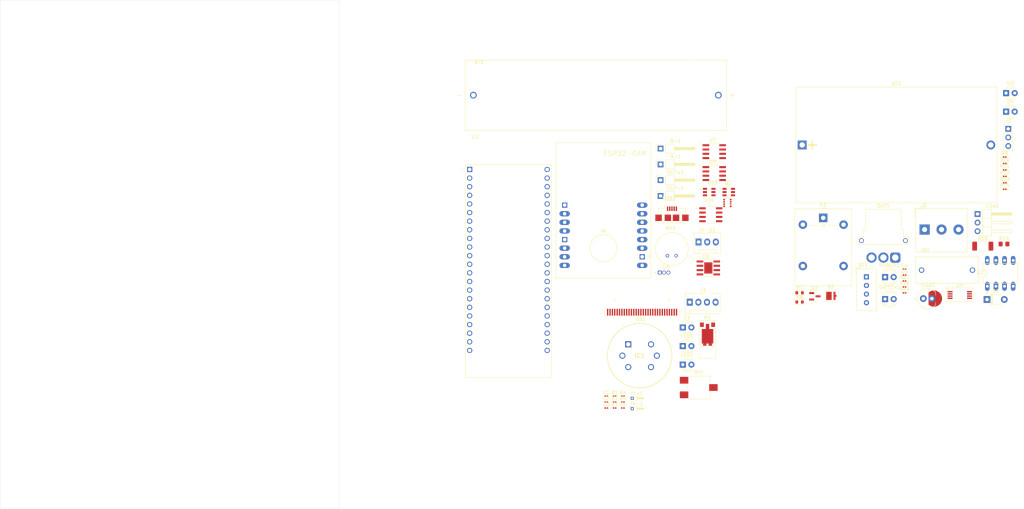
<source format=kicad_pcb>
(kicad_pcb (version 20241229) (generator "pcbnew") (generator_version "9.0")
  (layers (0 "F.Cu" signal) (2 "B.Cu" signal) (13 "F.Paste" user) (15 "B.Paste" user) (5 "F.SilkS" user "F.Silkscreen") (7 "B.SilkS" user "B.Silkscreen") (1 "F.Mask" user) (3 "B.Mask" user) (25 "Edge.Cuts" user))
  (net 0 "")
  (net 1 "Net-(LED1-A)")
  (net 2 "GND")
  (net 3 "Net-(U11-VCC)")
  (net 4 "Net-(Q1-S2)")
  (net 5 "Net-(U8-BAT)")
  (net 6 "Net-(D1-A)")
  (net 9 "Net-(DS1-GND-Pad1)")
  (net 42 "Net-(J1-Pin_3)")
  (net 43 "VCC")
  (net 44 "Net-(LED1-K)")
  (net 45 "Net-(LED2-K)")
  (net 48 "Net-(U8-STDBY)")
  (net 49 "Net-(U8-CHRG)")
  (net 50 "Net-(U8-PROG)")
  (net 51 "Net-(U11-CS)")
  (net 52 "Net-(U10A-_)")
  (net 55 "Net-(Q1-G1)")
  (net 58 "Net-(Q1-G2)")
  (net 64 "Net-(U1-GND-PadJ1_22)")
  (net 89 "Net-(U1-3V3-PadJ1_1)")
  (net 101 "Net-(U3-GND-Pad1)")
  (net 133 "+VCC")
  (net 134 "-VCC")
  (net 135 "Net-(U9A-_)")
  (net 143 "Net-(BT2-+)")
  (net 144 "Net-(CGQ1-C)")
  (net 145 "/3.3V")
  (net 146 "/Data")
  (net 147 "Net-(D2-K)")
  (net 148 "Net-(D3-A)")
  (net 149 "Net-(D4-K)")
  (net 150 "Net-(D4-A)")
  (net 151 "Net-(IR1-A)")
  (net 152 "/Signal")
  (net 153 "/NO")
  (net 154 "/NC")
  (net 155 "/COM")
  (net 156 "DO")
  (net 157 "Net-(POWER1-K)")
  (net 158 "Net-(Q2-B)")
  (net 159 "Vout")
  (net 160 "Logic Supply")
  (net 161 "Discharge")
  (net 162 "Net-(R10-Pad2)")
  (net 163 "Net-(SWITCH1-K)")
  (net 165 "Load")
  (footprint "Resistor_SMD:R_0201_0603Metric" (layer "F.Cu") (at 231.6 107.305)
    (property "Reference" "R19" (at 0 -1.05 0) (layer "F.SilkS"))
    (property "Value" "R")
    (pad "1" smd roundrect (at -0.32 0) (size 0.46 0.4) (layers "F.Cu" "F.Mask") (net 152 "/Signal"))
    (pad "2" smd roundrect (at 0.32 0) (size 0.46 0.4) (layers "F.Cu" "F.Mask") (net 158 "Net-(Q2-B)"))
  )
  (footprint "PCM_Resistor_SMD_AKL:R_0201_0603Metric" (layer "F.Cu") (at 261.165 71.07)
    (property "Reference" "R11" (at 0 -1.1176 0) (layer "F.SilkS"))
    (property "Value" "100Ω" (hide yes))
    (pad "1" smd roundrect (at -0.32 0) (size 0.46 0.4) (layers "F.Cu" "F.Mask") (net 151 "Net-(IR1-A)"))
    (pad "2" smd roundrect (at 0.32 0) (size 0.46 0.4) (layers "F.Cu" "F.Mask") (net 43 "VCC"))
  )
  (footprint "final:pt333" (layer "F.Cu") (at 238.418178 108.995)
    (property "Reference" "CGQ1" (at 0.275 -4.035 0) (layer "F.SilkS"))
    (property "Value" "PT333-3B")
    (fp_poly (pts (xy 0.27 -0.06) (xy 0.27 -1.79) (xy 0.325 -1.839) (xy 0.37 -1.876) (xy 0.416 -1.912) (xy 0.462 -1.948) (xy 0.51 -1.982) (xy 0.558 -2.014) (xy 0.608 -2.046) (xy 0.657 -2.076) (xy 0.708 -2.105) (xy 0.76 -2.133) (xy 0.812 -2.16) (xy 0.864 -2.185) (xy 0.918 -2.209) (xy 0.972 -2.231) (xy 1.026 -2.252) (xy 1.081 -2.272) (xy 1.137 -2.29) (xy 1.193 -2.307) (xy 1.249 -2.323) (xy 1.306 -2.337) (xy 1.363 -2.35) (xy 1.42 -2.361) (xy 1.478 -2.371) (xy 1.535 -2.38) (xy 1.593 -2.387) (xy 1.652 -2.392) (xy 1.71 -2.396) (xy 1.768 -2.399) (xy 1.827 -2.4) (xy 1.87 -2.4) (xy 1.895 -2.4) (xy 2.028 -2.394) (xy 2.152 -2.383) (xy 2.275 -2.364) (xy 2.398 -2.34) (xy 2.519 -2.309) (xy 2.638 -2.272) (xy 2.755 -2.229) (xy 2.869 -2.179) (xy 2.981 -2.124) (xy 3.09 -2.063) (xy 3.195 -1.997) (xy 3.297 -1.925) (xy 3.396 -1.848) (xy 3.49 -1.766) (xy 3.579 -1.68) (xy 3.664 -1.589) (xy 3.745 -1.493) (xy 3.82 -1.394) (xy 3.89 -1.29) (xy 3.954 -1.184) (xy 4.013 -1.074) (xy 4.066 -0.961) (xy 4.114 -0.846) (xy 4.155 -0.728) (xy 4.19 -0.608) (xy 4.219 -0.487) (xy 4.241 -0.364) (xy 4.257 -0.241) (xy 4.267 -0.116) (xy 4.27 0) (xy 4.267 0.116) (xy 4.257 0.241) (xy 4.241 0.364) (xy 4.219 0.487) (xy 4.19 0.608) (xy 4.155 0.728) (xy 4.114 0.846) (xy 4.066 0.961) (xy 4.013 1.074) (xy 3.954 1.184) (xy 3.89 1.29) (xy 3.82 1.394) (xy 3.745 1.493) (xy 3.664 1.589) (xy 3.579 1.68) (xy 3.49 1.766) (xy 3.396 1.848) (xy 3.297 1.925) (xy 3.195 1.997) (xy 3.09 2.063) (xy 2.981 2.124) (xy 2.869 2.179) (xy 2.755 2.229) (xy 2.638 2.272) (xy 2.519 2.309) (xy 2.398 2.34) (xy 2.275 2.364) (xy 2.152 2.383) (xy 2.028 2.394) (xy 1.895 2.4) (xy 1.795 2.4) (xy 1.87 2.4) (xy 1.827 2.4) (xy 1.768 2.399) (xy 1.71 2.396) (xy 1.652 2.392) (xy 1.593 2.387) (xy 1.535 2.38) (xy 1.478 2.371) (xy 1.42 2.361) (xy 1.363 2.35) (xy 1.306 2.337) (xy 1.249 2.323) (xy 1.193 2.307) (xy 1.137 2.29) (xy 1.081 2.272) (xy 1.026 2.252) (xy 0.972 2.231) (xy 0.918 2.209) (xy 0.864 2.185) (xy 0.812 2.16) (xy 0.76 2.133) (xy 0.708 2.105) (xy 0.657 2.076) (xy 0.608 2.046) (xy 0.558 2.014) (xy 0.51 1.982) (xy 0.462 1.948) (xy 0.416 1.912) (xy 0.37 1.876) (xy 0.325 1.839) (xy 0.27 1.79) (xy 0.27 -0.06)) (stroke (width 0.001)) (fill yes) (layer "F.Cu"))
    (pad "1" thru_hole circle (at -1.27 0) (size 2 2) (drill 1) (layers "*.Cu") (net 2 "GND"))
    (pad "2" thru_hole circle (at 1.27 0) (size 2 2) (drill 1) (layers "*.Cu") (net 144 "Net-(CGQ1-C)"))
  )
  (footprint "PCM_Resistor_SMD_AKL:R_0201_0603Metric" (layer "F.Cu") (at 261.165 72.97)
    (property "Reference" "R12" (at 0 -1.1176 0) (layer "F.SilkS"))
    (property "Value" "10KΩ" (hide yes))
    (pad "1" smd roundrect (at -0.32 0) (size 0.46 0.4) (layers "F.Cu" "F.Mask") (net 144 "Net-(CGQ1-C)"))
    (pad "2" smd roundrect (at 0.32 0) (size 0.46 0.4) (layers "F.Cu" "F.Mask") (net 43 "VCC"))
  )
  (footprint "Connector_PinHeader_2.54mm:PinHeader_1x01_P2.54mm_Horizontal" (layer "F.Cu") (at 159.704 78.73)
    (property "Reference" "OUT-1" (at 4.385 -2.27 0) (layer "F.SilkS"))
    (property "Value" "Header-Male-2.54_1x1")
    (pad "1" thru_hole rect (at 0 0) (size 1.7 1.7) (drill 1) (layers "*.Cu" "*.Mask") (net 2 "GND"))
  )
  (footprint "Connector_PinHeader_2.54mm:PinHeader_1x01_P2.54mm_Horizontal" (layer "F.Cu") (at 159.704 74.08)
    (property "Reference" "OUT+1" (at 4.385 -2.27 0) (layer "F.SilkS"))
    (property "Value" "Header-Male-2.54_1x1")
    (pad "1" thru_hole rect (at 0 0) (size 1.7 1.7) (drill 1) (layers "*.Cu" "*.Mask") (net 5 "Net-(U8-BAT)"))
  )
  (footprint "Capacitor_SMD:C_0201_0603Metric" (layer "F.Cu") (at 143.7 137.75)
    (property "Reference" "C1" (at 0 -1.05 0) (layer "F.SilkS"))
    (property "Value" "100nF")
    (pad "1" smd roundrect (at -0.32 0) (size 0.46 0.4) (layers "F.Cu" "F.Mask") (net 2 "GND"))
    (pad "2" smd roundrect (at 0.32 0) (size 0.46 0.4) (layers "F.Cu" "F.Mask") (net 1 "Net-(LED1-A)"))
  )
  (footprint "final:fs" (layer "F.Cu") (at 179.797 77.59)
    (property "Reference" "Q1" (at -0.205 -2.7 0) (layer "F.SilkS"))
    (property "Value" "FS8205")
    (pad "1" smd roundrect (at -1.255 -0.95) (size 1.21 0.59) (layers "F.Cu" "F.Mask" "F.Paste") (net 2 "GND"))
    (pad "2" smd roundrect (at -1.255 0) (size 1.21 0.59) (layers "F.Cu" "F.Mask" "F.Paste"))
    (pad "3" smd roundrect (at -1.255 0.95) (size 1.21 0.59) (layers "F.Cu" "F.Mask" "F.Paste") (net 4 "Net-(Q1-S2)"))
    (pad "4" smd roundrect (at 1.255 0.95) (size 1.21 0.59) (layers "F.Cu" "F.Mask" "F.Paste") (net 58 "Net-(Q1-G2)"))
    (pad "5" smd roundrect (at 1.255 0) (size 1.21 0.59) (layers "F.Cu" "F.Mask" "F.Paste"))
    (pad "6" smd roundrect (at 1.255 -0.95) (size 1.21 0.59) (layers "F.Cu" "F.Mask" "F.Paste") (net 55 "Net-(Q1-G1)"))
  )
  (footprint "Connector_PinHeader_2.54mm:PinHeader_1x01_P2.54mm_Horizontal" (layer "F.Cu") (at 159.704 64.78)
    (property "Reference" "B+1" (at 4.385 -2.27 0) (layer "F.SilkS"))
    (property "Value" "Header-Male-2.54_1x1")
    (pad "1" thru_hole rect (at 0 0) (size 1.7 1.7) (drill 1) (layers "*.Cu" "*.Mask") (net 5 "Net-(U8-BAT)"))
  )
  (footprint "LED_THT:LED_D3.0mm" (layer "F.Cu") (at 166.25 117.51)
    (property "Reference" "D1" (at 1.27 -2.96 0) (layer "F.SilkS"))
    (property "Value" "LED")
    (pad "1" thru_hole rect (at 0 0) (size 1.8 1.8) (drill 0.9) (layers "*.Cu" "*.Mask") (net 2 "GND"))
    (pad "2" thru_hole circle (at 2.54 0) (size 1.8 1.8) (drill 0.9) (layers "*.Cu" "*.Mask") (net 6 "Net-(D1-A)"))
  )
  (footprint "Resistor_SMD:R_2010_5025Metric_Pad1.40x2.65mm_HandSolder" (layer "F.Cu") (at 254.68 93.535)
    (property "Reference" "R16" (at 0 -2.28 0) (layer "F.SilkS"))
    (property "Value" "1K")
    (pad "1" smd roundrect (at -2.4 0) (size 1.4 2.65) (layers "F.Cu" "F.Mask" "F.Paste") (roundrect_rratio 0.178571) (net 2 "GND"))
    (pad "2" smd roundrect (at 2.4 0) (size 1.4 2.65) (layers "F.Cu" "F.Mask" "F.Paste") (roundrect_rratio 0.178571) (net 147 "Net-(D2-K)"))
  )
  (footprint "Capacitor_SMD:C_0201_0603Metric" (layer "F.Cu") (at 231.6 102.055)
    (property "Reference" "C5" (at 0 -1.05 0) (layer "F.SilkS"))
    (property "Value" "100nF")
    (pad "1" smd roundrect (at -0.32 0) (size 0.46 0.4) (layers "F.Cu" "F.Mask") (net 2 "GND"))
    (pad "2" smd roundrect (at 0.32 0) (size 0.46 0.4) (layers "F.Cu" "F.Mask") (net 144 "Net-(CGQ1-C)"))
  )
  (footprint "LED_THT:LED_D4.0mm" (layer "F.Cu") (at 225.87 109.135)
    (property "Reference" "SWITCH1" (at 1.27 -3.46 0) (layer "F.SilkS"))
    (property "Value" "RED")
    (pad "1" thru_hole rect (at 0 0) (size 1.8 1.8) (drill 0.9) (layers "*.Cu" "*.Mask") (net 43 "VCC"))
    (pad "2" thru_hole circle (at 2.54 0) (size 1.8 1.8) (drill 0.9) (layers "*.Cu" "*.Mask") (net 163 "Net-(SWITCH1-K)"))
  )
  (footprint "Connector_AMASS:AMASS_MR30PW-FB_1x03_P3.50mm_Horizontal" (layer "F.Cu") (at 228.89 96.905)
    (property "Reference" "OUT1" (at -3.5 -15.3 0) (layer "F.SilkS"))
    (property "Value" "A2541WR-3P")
    (pad "" thru_hole circle (at -10 -5) (size 1.4 1.4) (drill 1) (layers "*.Cu" "*.Mask"))
    (pad "" thru_hole circle (at 3 -5 90) (size 1.4 1.4) (drill 1) (layers "*.Cu" "*.Mask"))
    (pad "1" thru_hole roundrect (at 0 0) (size 3 3) (drill 1.9) (layers "*.Cu" "*.Mask") (net 156 "DO"))
    (pad "2" thru_hole circle (at -3.5 0) (size 3 3) (drill 1.9) (layers "*.Cu" "*.Mask") (net 2 "GND"))
    (pad "3" thru_hole circle (at -7 0) (size 3 3) (drill 1.9) (layers "*.Cu" "*.Mask") (net 43 "VCC"))
  )
  (footprint "PCM_Resistor_SMD_AKL:R_0201_0603Metric" (layer "F.Cu") (at 261.165 69.17)
    (property "Reference" "R10" (at 0 -1.1176 0) (layer "F.SilkS"))
    (property "Value" "10KΩ" (hide yes))
    (pad "1" smd roundrect (at -0.32 0) (size 0.46 0.4) (layers "F.Cu" "F.Mask") (net 2 "GND"))
    (pad "2" smd roundrect (at 0.32 0) (size 0.46 0.4) (layers "F.Cu" "F.Mask") (net 162 "Net-(R10-Pad2)"))
  )
  (footprint "LED_THT:LED_D3.0mm" (layer "F.Cu") (at 261.54 53.885)
    (property "Reference" "D4" (at 1.27 -2.96 0) (layer "F.SilkS"))
    (property "Value" "LED")
    (pad "1" thru_hole rect (at 0 0) (size 1.8 1.8) (drill 0.9) (layers "*.Cu" "*.Mask") (net 149 "Net-(D4-K)"))
    (pad "2" thru_hole circle (at 2.54 0) (size 1.8 1.8) (drill 0.9) (layers "*.Cu" "*.Mask") (net 150 "Net-(D4-A)"))
  )
  (footprint "Battery:BatteryHolder_Bulgin_BX0036_1xC" (layer "F.Cu") (at 201.44 63.705)
    (property "Reference" "BT2" (at 27.8 -18.1 0) (layer "F.SilkS"))
    (property "Value" "Battery")
    (fp_text user "+" (at 3 -0.2 0) (layer "F.SilkS") (effects (font (size 3 3) (thickness 0.45))))
    (pad "" np_thru_hole circle (at 11.9 0) (size 3.8 3.8) (drill 3.8) (layers "*.Cu" "*.Mask"))
    (pad "" np_thru_hole circle (at 43.7 0) (size 3.8 3.8) (drill 3.8) (layers "*.Cu" "*.Mask"))
    (pad "1" thru_hole rect (at 0 0) (size 2.6 2.6) (drill 1.6) (layers "*.Cu" "*.Mask") (net 143 "Net-(BT2-+)"))
    (pad "2" thru_hole circle (at 55.6 0) (size 2.6 2.6) (drill 1.6) (layers "*.Cu" "*.Mask") (net 2 "GND"))
  )
  (footprint "Resistor_SMD:R_0805_2012Metric_Pad1.20x1.40mm_HandSolder" (layer "F.Cu") (at 260.93 92.905)
    (property "Reference" "R15" (at 0 -1.65 0) (layer "F.SilkS"))
    (property "Value" "4.7k")
    (pad "1" smd roundrect (at -1 0) (size 1.2 1.4) (layers "F.Cu" "F.Mask" "F.Paste") (roundrect_rratio 0.208333) (net 146 "/Data"))
    (pad "2" smd roundrect (at 1 0) (size 1.2 1.4) (layers "F.Cu" "F.Mask" "F.Paste") (roundrect_rratio 0.208333) (net 145 "/3.3V"))
  )
  (footprint "Resistor_SMD:R_0201_0603Metric" (layer "F.Cu") (at 148.6 141.25)
    (property "Reference" "R6" (at 0 -1.05 0) (layer "F.SilkS"))
    (property "Value" "100Ω")
    (pad "1" smd roundrect (at -0.32 0) (size 0.46 0.4) (layers "F.Cu" "F.Mask") (net 3 "Net-(U11-VCC)"))
    (pad "2" smd roundrect (at 0.32 0) (size 0.46 0.4) (layers "F.Cu" "F.Mask") (net 5 "Net-(U8-BAT)"))
  )
  (footprint "Connector_PinHeader_2.54mm:PinHeader_1x01_P2.54mm_Horizontal" (layer "F.Cu") (at 159.704 69.43)
    (property "Reference" "B-1" (at 4.385 -2.27 0) (layer "F.SilkS"))
    (property "Value" "Header-Male-2.54_1x1")
    (pad "1" thru_hole rect (at 0 0) (size 1.7 1.7) (drill 1) (layers "*.Cu" "*.Mask") (net 4 "Net-(Q1-S2)"))
  )
  (footprint "final:hall_effect" (layer "F.Cu") (at 160.729 101.51)
    (property "Reference" "U5" (at 0.675 -1.885 0) (layer "F.SilkS"))
    (property "Value" "MLX90217LUA-CAA-000-BU")
    (pad "1" thru_hole rect (at -1.27 -0.1825) (size 1.12 1.12) (drill 0.77) (layers "*.Cu" "*.Mask"))
    (pad "2" thru_hole circle (at 0 -0.1825) (size 1.12 1.12) (drill 0.77) (layers "*.Cu" "*.Mask"))
    (pad "3" thru_hole circle (at 1.27 -0.1825) (size 1.12 1.12) (drill 0.77) (layers "*.Cu" "*.Mask"))
  )
  (footprint "Resistor_SMD:R_0201_0603Metric" (layer "F.Cu") (at 146.15 137.75)
    (property "Reference" "R1" (at 0 -1.05 0) (layer "F.SilkS"))
    (property "Value" "10k")
    (pad "1" smd roundrect (at -0.32 0) (size 0.46 0.4) (layers "F.Cu" "F.Mask") (net 42 "Net-(J1-Pin_3)"))
    (pad "2" smd roundrect (at 0.32 0) (size 0.46 0.4) (layers "F.Cu" "F.Mask") (net 42 "Net-(J1-Pin_3)"))
  )
  (footprint "PCM_Resistor_SMD_AKL:R_0603_1608Metric" (layer "F.Cu") (at 200.675 110)
    (property "Reference" "R8" (at 0 -1.5 0) (layer "F.SilkS"))
    (property "Value" "100K" (hide yes))
    (pad "1" smd roundrect (at -0.825 0) (size 0.8 0.95) (layers "F.Cu" "F.Mask" "F.Paste") (net 160 "Logic Supply"))
    (pad "2" smd roundrect (at 0.825 0) (size 0.8 0.95) (layers "F.Cu" "F.Mask" "F.Paste") (net 161 "Discharge"))
  )
  (footprint "final:ESP32-CAM" (layer "F.Cu") (at 142.8525 89.0535)
    (property "Reference" "U6" (at 0 0 0) (layer "F.SilkS") (effects (font (size 0.787402 0.787402))))
    (property "Value" "ESP32-CAM")
    (fp_text user "ESP32-CAM" (at 6.35 -22.86 0) (layer "F.SilkS") (effects (font (size 1.4 1.4))))
    (pad "P$1" thru_hole rect (at -11.43 -7.62) (size 1.524 1.524) (drill 1.016) (layers "*.Cu" "*.Mask"))
    (pad "P$2" thru_hole oval (at -11.43 -5.08) (size 3.048 1.524) (drill 1.016) (layers "*.Cu" "*.Mask"))
    (pad "P$3" thru_hole oval (at -11.43 -2.54) (size 3.048 1.524) (drill 1.016) (layers "*.Cu" "*.Mask"))
    (pad "P$4" thru_hole oval (at -11.43 0) (size 3.048 1.524) (drill 1.016) (layers "*.Cu" "*.Mask"))
    (pad "P$5" thru_hole rect (at -11.43 2.54) (size 1.524 1.524) (drill 1.016) (layers "*.Cu" "*.Mask"))
    (pad "P$6" thru_hole oval (at -11.43 5.08) (size 3.048 1.524) (drill 1.016) (layers "*.Cu" "*.Mask"))
    (pad "P$7" thru_hole oval (at -11.43 7.62) (size 3.048 1.524) (drill 1.016) (layers "*.Cu" "*.Mask"))
    (pad "P$8" thru_hole oval (at -11.43 10.16) (size 3.048 1.524) (drill 1.016) (layers "*.Cu" "*.Mask"))
    (pad "P$9" thru_hole oval (at 11.43 10.16) (size 3.048 1.524) (drill 1.016) (layers "*.Cu" "*.Mask"))
    (pad "P$10" thru_hole rect (at 11.43 7.62) (size 1.524 1.524) (drill 1.016) (layers "*.Cu" "*.Mask"))
    (pad "P$11" thru_hole oval (at 11.43 5.08) (size 3.048 1.524) (drill 1.016) (layers "*.Cu" "*.Mask"))
    (pad "P$12" thru_hole oval (at 11.43 2.54) (size 3.048 1.524) (drill 1.016) (layers "*.Cu" "*.Mask"))
    (pad "P$13" thru_hole oval (at 11.43 0) (size 3.048 1.524) (drill 1.016) (layers "*.Cu" "*.Mask"))
    (pad "P$14" thru_hole oval (at 11.43 -2.54) (size 3.048 1.524) (drill 1.016) (layers "*.Cu" "*.Mask"))
    (pad "P$15" thru_hole oval (at 11.43 -5.08) (size 3.048 1.524) (drill 1.016) (layers "*.Cu" "*.Mask"))
    (pad "P$16" thru_hole oval (at 11.43 -7.62) (size 3.048 1.524) (drill 1.016) (layers "*.Cu" "*.Mask"))
  )
  (footprint "Sensor:Aosong_DHT11_5.5x12.0_P2.54mm" (layer "F.Cu") (at 220.385 102.59)
    (property "Reference" "SE1" (at -1 -3.5 0) (layer "F.SilkS"))
    (property "Value" "DHT11")
    (pad "1" thru_hole rect (at 0 0) (size 1.5 1.5) (drill 0.8) (layers "*.Cu" "*.Mask") (net 145 "/3.3V"))
    (pad "2" thru_hole circle (at 0 2.54) (size 1.5 1.5) (drill 0.8) (layers "*.Cu" "*.Mask") (net 146 "/Data"))
    (pad "3" thru_hole circle (at 0 5.08) (size 1.5 1.5) (drill 0.8) (layers "*.Cu" "*.Mask"))
    (pad "4" thru_hole circle (at 0 7.62) (size 1.5 1.5) (drill 0.8) (layers "*.Cu" "*.Mask") (net 2 "GND"))
  )
  (footprint "PCM_Package_SO_AKL:SSOP-8_4.4x3.5mm_P0.65mm" (layer "F.Cu") (at 247.895 107.93)
    (property "Reference" "U4" (at 0 -2.9255 0) (layer "F.SilkS"))
    (property "Value" "LM393" (hide yes))
    (pad "1" smd roundrect (at -2.8625 -0.975) (size 1.475 0.4) (layers "F.Cu" "F.Mask" "F.Paste"))
    (pad "2" smd roundrect (at -2.8625 -0.325) (size 1.475 0.4) (layers "F.Cu" "F.Mask" "F.Paste") (net 162 "Net-(R10-Pad2)"))
    (pad "3" smd roundrect (at -2.8625 0.325) (size 1.475 0.4) (layers "F.Cu" "F.Mask" "F.Paste"))
    (pad "4" smd roundrect (at -2.8625 0.975) (size 1.475 0.4) (layers "F.Cu" "F.Mask" "F.Paste") (net 2 "GND"))
    (pad "5" smd roundrect (at 2.8625 0.975) (size 1.475 0.4) (layers "F.Cu" "F.Mask" "F.Paste") (net 144 "Net-(CGQ1-C)"))
    (pad "6" smd roundrect (at 2.8625 0.325) (size 1.475 0.4) (layers "F.Cu" "F.Mask" "F.Paste"))
    (pad "7" smd roundrect (at 2.8625 -0.325) (size 1.475 0.4) (layers "F.Cu" "F.Mask" "F.Paste") (net 156 "DO"))
    (pad "8" smd roundrect (at 2.8625 -0.975) (size 1.475 0.4) (layers "F.Cu" "F.Mask" "F.Paste") (net 43 "VCC"))
  )
  (footprint "LED_THT:LED_D3.0mm" (layer "F.Cu") (at 166.25 128.45)
    (property "Reference" "LED2" (at 1.27 -2.96 0) (layer "F.SilkS"))
    (property "Value" "RED")
    (pad "1" thru_hole rect (at 0 0) (size 1.8 1.8) (drill 0.9) (layers "*.Cu" "*.Mask") (net 1 "Net-(LED1-A)"))
    (pad "2" thru_hole circle (at 2.54 0) (size 1.8 1.8) (drill 0.9) (layers "*.Cu" "*.Mask") (net 45 "Net-(LED2-K)"))
  )
  (footprint "Connector_PinHeader_2.54mm:PinHeader_1x03_P2.54mm_Horizontal" (layer "F.Cu") (at 253.13 84.055)
    (property "Reference" "CON1" (at 4.385 -2.27 0) (layer "F.SilkS"))
    (property "Value" "53014-0510")
    (pad "1" thru_hole rect (at 0 0) (size 1.7 1.7) (drill 1) (layers "*.Cu" "*.Mask") (net 2 "GND"))
    (pad "2" thru_hole oval (at 0 2.54) (size 1.7 1.7) (drill 1) (layers "*.Cu" "*.Mask") (net 146 "/Data"))
    (pad "3" thru_hole oval (at 0 5.08) (size 1.7 1.7) (drill 1) (layers "*.Cu" "*.Mask") (net 145 "/3.3V"))
  )
  (footprint "Resistor_SMD:R_0201_0603Metric" (layer "F.Cu") (at 148.6 137.75)
    (property "Reference" "R4" (at 0 -1.05 0) (layer "F.SilkS"))
    (property "Value" "1.2KΩ")
    (pad "1" smd roundrect (at -0.32 0) (size 0.46 0.4) (layers "F.Cu" "F.Mask") (net 50 "Net-(U8-PROG)"))
    (pad "2" smd roundrect (at 0.32 0) (size 0.46 0.4) (layers "F.Cu" "F.Mask") (net 2 "GND"))
  )
  (footprint "LED_SMD:LED_Luminus_MP-3030-1100_3.0x3.0mm" (layer "F.Cu") (at 209.9 108.195)
    (property "Reference" "D2" (at 0 -2.7 0) (layer "F.SilkS"))
    (property "Value" "LED")
    (pad "1" smd rect (at -0.575 0) (size 1.6 2.4) (layers "F.Cu" "F.Mask") (net 145 "/3.3V"))
    (pad "2" smd rect (at 1.075 0) (size 0.6 2.4) (layers "F.Cu" "F.Mask") (net 147 "Net-(D2-K)"))
    (pad "2" smd rect (at 1.375 0) (size 0.6 0.5) (layers "F.Cu" "F.Mask") (net 147 "Net-(D2-K)"))
  )
  (footprint "final:mcp" (layer "F.Cu") (at 174.514 84.28)
    (property "Reference" "U10" (at -0.48 -4.335 0) (layer "F.SilkS"))
    (property "Value" "MCP6562")
    (pad "1" smd roundrect (at -2.455 -1.905) (size 1.9 0.6) (layers "F.Cu" "F.Mask" "F.Paste") (roundrect_rratio 0.125) (net 135 "Net-(U9A-_)"))
    (pad "2" smd roundrect (at -2.455 -0.635) (size 1.9 0.6) (layers "F.Cu" "F.Mask" "F.Paste") (roundrect_rratio 0.125) (net 52 "Net-(U10A-_)"))
    (pad "3" smd roundrect (at -2.455 0.635) (size 1.9 0.6) (layers "F.Cu" "F.Mask" "F.Paste") (roundrect_rratio 0.125) (net 42 "Net-(J1-Pin_3)"))
    (pad "4" smd roundrect (at -2.455 1.905) (size 1.9 0.6) (layers "F.Cu" "F.Mask" "F.Paste") (roundrect_rratio 0.125) (net 134 "-VCC"))
    (pad "5" smd roundrect (at 2.455 1.905) (size 1.9 0.6) (layers "F.Cu" "F.Mask" "F.Paste") (roundrect_rratio 0.125))
    (pad "6" smd roundrect (at 2.455 0.635) (size 1.9 0.6) (layers "F.Cu" "F.Mask" "F.Paste") (roundrect_rratio 0.125))
    (pad "7" smd roundrect (at 2.455 -0.635) (size 1.9 0.6) (layers "F.Cu" "F.Mask" "F.Paste") (roundrect_rratio 0.125))
    (pad "8" smd roundrect (at 2.455 -1.905) (size 1.9 0.6) (layers "F.Cu" "F.Mask" "F.Paste") (roundrect_rratio 0.125) (net 133 "+VCC"))
  )
  (footprint "Capacitor_SMD:C_0201_0603Metric" (layer "F.Cu") (at 231.6 100.305)
    (property "Reference" "C4" (at 0 -1.05 0) (layer "F.SilkS"))
    (property "Value" "100nF")
    (pad "1" smd roundrect (at -0.32 0) (size 0.46 0.4) (layers "F.Cu" "F.Mask") (net 2 "GND"))
    (pad "2" smd roundrect (at 0.32 0) (size 0.46 0.4) (layers "F.Cu" "F.Mask") (net 43 "VCC"))
  )
  (footprint "Resistor_SMD:R_0201_0603Metric" (layer "F.Cu") (at 146.15 139.5)
    (property "Reference" "R2" (at 0 -1.05 0) (layer "F.SilkS"))
    (property "Value" "1K")
    (pad "1" smd roundrect (at -0.32 0) (size 0.46 0.4) (layers "F.Cu" "F.Mask") (net 44 "Net-(LED1-K)"))
    (pad "2" smd roundrect (at 0.32 0) (size 0.46 0.4) (layers "F.Cu" "F.Mask") (net 48 "Net-(U8-STDBY)"))
  )
  (footprint "LED_THT:LED_D4.0mm" (layer "F.Cu") (at 225.87 102.665)
    (property "Reference" "POWER1" (at 1.27 -3.46 0) (layer "F.SilkS"))
    (property "Value" "RED")
    (pad "1" thru_hole rect (at 0 0) (size 1.8 1.8) (drill 0.9) (layers "*.Cu" "*.Mask") (net 43 "VCC"))
    (pad "2" thru_hole circle (at 2.54 0) (size 1.8 1.8) (drill 0.9) (layers "*.Cu" "*.Mask") (net 157 "Net-(POWER1-K)"))
  )
  (footprint "PCM_Resistor_SMD_AKL:R_0201_0603Metric" (layer "F.Cu") (at 261.165 74.87)
    (property "Reference" "R13" (at 0 -1.1176 0) (layer "F.SilkS"))
    (property "Value" "10KΩ" (hide yes))
    (pad "1" smd roundrect (at -0.32 0) (size 0.46 0.4) (layers "F.Cu" "F.Mask") (net 156 "DO"))
    (pad "2" smd roundrect (at 0.32 0) (size 0.46 0.4) (layers "F.Cu" "F.Mask") (net 43 "VCC"))
  )
  (footprint "Resistor_SMD:R_0201_0603Metric" (layer "F.Cu") (at 231.6 103.805)
    (property "Reference" "R17" (at 0 -1.05 0) (layer "F.SilkS"))
    (property "Value" "R")
    (pad "1" smd roundrect (at -0.32 0) (size 0.46 0.4) (layers "F.Cu" "F.Mask") (net 43 "VCC"))
    (pad "2" smd roundrect (at 0.32 0) (size 0.46 0.4) (layers "F.Cu" "F.Mask") (net 148 "Net-(D3-A)"))
  )
  (footprint "LED_THT:LED_D3.0mm" (layer "F.Cu") (at 261.54 48.415)
    (property "Reference" "D3" (at 1.27 -2.96 0) (layer "F.SilkS"))
    (property "Value" "LED")
    (pad "1" thru_hole rect (at 0 0) (size 1.8 1.8) (drill 0.9) (layers "*.Cu" "*.Mask") (net 2 "GND"))
    (pad "2" thru_hole circle (at 2.54 0) (size 1.8 1.8) (drill 0.9) (layers "*.Cu" "*.Mask") (net 148 "Net-(D3-A)"))
  )
  (footprint "Motors:Vybronics_VZ30C1T8219732L" (layer "F.Cu") (at 173.54 121.05)
    (property "Reference" "M1" (at 0 -6.5 0) (layer "F.SilkS"))
    (property "Value" "Motor_Servo")
    (pad "1" smd rect (at -1.65 -4.35 270) (size 1.3 1.1) (layers "F.Cu" "F.Mask" "F.Paste"))
    (pad "2" smd rect (at 1.65 -4.35 270) (size 1.3 1.1) (layers "F.Cu" "F.Mask" "F.Paste"))
    (pad "SH" smd rect (at -0.8 1.525) (size 1 0.65) (layers "F.Cu" "F.Mask" "F.Paste"))
    (pad "SH" smd rect (at 0 -3.85 270) (size 1.5 1) (layers "F.Cu" "F.Mask" "F.Paste"))
    (pad "SH" smd rect (at 0 -0.95 270) (size 4.3 3.4) (layers "F.Cu" "F.Mask"))
    (pad "SH" smd rect (at 0.8 1.525) (size 1 0.65) (layers "F.Cu" "F.Mask" "F.Paste"))
  )
  (footprint "Capacitor_SMD:C_0201_0603Metric" (layer "F.Cu") (at 143.7 141.25)
    (property "Reference" "C3" (at 0 -1.05 0) (layer "F.SilkS"))
    (property "Value" "10uF")
    (pad "1" smd roundrect (at -0.32 0) (size 0.46 0.4) (layers "F.Cu" "F.Mask") (net 2 "GND"))
    (pad "2" smd roundrect (at 0.32 0) (size 0.46 0.4) (layers "F.Cu" "F.Mask") (net 5 "Net-(U8-BAT)"))
  )
  (footprint "final:usb" (layer "F.Cu") (at 163.054 85.18)
    (property "Reference" "USB1" (at -0.825 -5.735 0) (layer "F.SilkS"))
    (property "Value" "MicroUSB")
    (pad "" np_thru_hole circle (at -2 -2.15) (size 0.55 0.55) (drill 0.55) (layers "*.Cu" "*.Mask"))
    (pad "" np_thru_hole circle (at 2 -2.15) (size 0.55 0.55) (drill 0.55) (layers "*.Cu" "*.Mask"))
    (pad "1" smd rect (at -1.3 -2.675) (size 0.4 1.35) (layers "F.Cu" "F.Mask" "F.Paste") (net 1 "Net-(LED1-A)"))
    (pad "2" smd rect (at -0.65 -2.675) (size 0.4 1.35) (layers "F.Cu" "F.Mask" "F.Paste"))
    (pad "3" smd rect (at 0 -2.675) (size 0.4 1.35) (layers "F.Cu" "F.Mask" "F.Paste"))
    (pad "4" smd rect (at 0.65 -2.675) (size 0.4 1.35) (layers "F.Cu" "F.Mask" "F.Paste"))
    (pad "5" smd rect (at 1.3 -2.675) (size 0.4 1.35) (layers "F.Cu" "F.Mask" "F.Paste") (net 2 "GND"))
    (pad "S1" smd rect (at -3.95 0) (size 1.9 1.9) (layers "F.Cu" "F.Mask" "F.Paste"))
    (pad "S2" smd rect (at -1.2 0) (size 1.9 1.9) (layers "F.Cu" "F.Mask" "F.Paste"))
    (pad "S3" smd rect (at 1.2 0) (size 1.9 1.9) (layers "F.Cu" "F.Mask" "F.Paste"))
    (pad "S4" smd rect (at 3.95 0) (size 1.9 1.9) (layers "F.Cu" "F.Mask" "F.Paste"))
  )
  (footprint "final:ir333" (layer "F.Cu") (at 244.14 100.595)
    (property "Reference" "IR1" (at -6.325 -5.785 0) (layer "F.SilkS"))
    (property "Value" "IR333C/H0/L10")
    (pad "1" thru_hole circle (at -7.5 0) (size 1.575 1.575) (drill 1.05) (layers "*.Cu" "*.Mask") (net 2 "GND"))
    (pad "2" thru_hole circle (at 7.5 0) (size 1.575 1.575) (drill 1.05) (layers "*.Cu" "*.Mask") (net 151 "Net-(IR1-A)"))
  )
  (footprint "Connector:FanPinHeader_1x03_P2.54mm_Vertical" (layer "F.Cu") (at 170.904 92.31)
    (property "Reference" "YF-S1" (at 2.5 -3.4 0) (layer "F.SilkS"))
    (property "Value" "~")
    (pad "1" thru_hole rect (at 0 0 90) (size 2.03 1.73) (drill 1.02) (layers "*.Cu" "*.Mask"))
    (pad "2" thru_hole oval (at 2.54 0 90) (size 2.03 1.73) (drill 1.02) (layers "*.Cu" "*.Mask"))
    (pad "3" thru_hole oval (at 5.08 0 90) (size 2.03 1.73) (drill 1.02) (layers "*.Cu" "*.Mask"))
  )
  (footprint "Connector_PinHeader_2.54mm:PinHeader_1x03_P2.54mm_Vertical" (layer "F.Cu") (at 262.19 58.945)
    (property "Reference" "J2" (at 0 -2.33 0) (layer "F.SilkS"))
    (property "Value" "input signal")
    (pad "1" thru_hole rect (at 0 0) (size 1.7 1.7) (drill 1) (layers "*.Cu" "*.Mask") (net 2 "GND"))
    (pad "2" thru_hole oval (at 0 2.54) (size 1.7 1.7) (drill 1) (layers "*.Cu" "*.Mask") (net 152 "/Signal"))
    (pad "3" thru_hole oval (at 0 5.08) (size 1.7 1.7) (drill 1) (layers "*.Cu" "*.Mask") (net 43 "VCC"))
  )
  (footprint "TerminalBlock_Altech:Altech_AK300_1x03_P5.00mm_45-Degree" (layer "F.Cu") (at 237.525 88.64)
    (property "Reference" "J3" (at -0.35 -7.09 0) (layer "F.SilkS"))
    (property "Value" "Screw_Terminal_01x03")
    (pad "1" thru_hole rect (at 0 0) (size 3 3) (drill 1.5) (layers "*.Cu" "*.Mask") (net 154 "/NC"))
    (pad "2" thru_hole circle (at 5 0) (size 3 3) (drill 1.5) (layers "*.Cu" "*.Mask") (net 155 "/COM"))
    (pad "3" thru_hole circle (at 10 0) (size 3 3) (drill 1.5) (layers "*.Cu" "*.Mask") (net 153 "/NO"))
  )
  (footprint "PCM_Resistor_SMD_AKL:R_0201_0603Metric" (layer "F.Cu") (at 261.165 76.77)
    (property "Reference" "R14" (at 0 -1.1176 0) (layer "F.SilkS"))
    (property "Value" "1KΩ" (hide yes))
    (pad "1" smd roundrect (at -0.32 0) (size 0.46 0.4) (layers "F.Cu" "F.Mask") (net 156 "DO"))
    (pad "2" smd roundrect (at 0.32 0) (size 0.46 0.4) (layers "F.Cu" "F.Mask") (net 163 "Net-(SWITCH1-K)"))
  )
  (footprint "final:DW" (layer "F.Cu") (at 174.034 77.59)
    (property "Reference" "U11" (at 1.065 -2.735 0) (layer "F.SilkS"))
    (property "Value" "DW01A")
    (pad "1" smd rect (at -1.255 -0.95) (size 1.21 0.59) (layers "F.Cu" "F.Mask" "F.Paste") (net 58 "Net-(Q1-G2)"))
    (pad "2" smd rect (at -1.255 0) (size 1.21 0.59) (layers "F.Cu" "F.Mask" "F.Paste") (net 51 "Net-(U11-CS)"))
    (pad "3" smd rect (at -1.255 0.95) (size 1.21 0.59) (layers "F.Cu" "F.Mask" "F.Paste") (net 55 "Net-(Q1-G1)"))
    (pad "4" smd rect (at 1.255 0.95) (size 1.21 0.59) (layers "F.Cu" "F.Mask" "F.Paste"))
    (pad "5" smd rect (at 1.255 0) (size 1.21 0.59) (layers "F.Cu" "F.Mask" "F.Paste") (net 3 "Net-(U11-VCC)"))
    (pad "6" smd rect (at 1.255 -0.95) (size 1.21 0.59) (layers "F.Cu" "F.Mask" "F.Paste") (net 4 "Net-(Q1-S2)"))
  )
  (footprint "Diode_THT:D_T-1_P5.08mm_Horizontal" (layer "F.Cu") (at 255.94 109.255)
    (property "Reference" "D5" (at 2.54 -2.42 0) (layer "F.SilkS"))
    (property "Value" "D")
    (fp_text user "K" (at 0 -2 0) (layer "F.SilkS"))
    (pad "1" thru_hole rect (at 0 0) (size 2 2) (drill 1) (layers "*.Cu" "*.Mask") (net 43 "VCC"))
    (pad "2" thru_hole oval (at 5.08 0) (size 2 2) (drill 1) (layers "*.Cu" "*.Mask") (net 149 "Net-(D4-K)"))
  )
  (footprint "final:BAT_1043" (layer "F.Cu") (at 140.618 49.035)
    (property "Reference" "BT1" (at -34.4505 -9.815 0) (layer "F.SilkS"))
    (property "Value" "1043")
    (pad "" np_thru_hole circle (at -27.29 7.87) (size 3.55 3.55) (drill 3.55) (layers "*.Cu" "*.Mask"))
    (pad "" np_thru_hole circle (at 27.91 -7.87) (size 3.55 3.55) (drill 3.55) (layers "*.Cu" "*.Mask"))
    (pad "" np_thru_hole circle (at 36.11 7.87) (size 2.39 2.39) (drill 2.39) (layers "*.Cu" "*.Mask"))
    (pad "N" thru_hole circle (at -36.11 0) (size 1.98 1.98) (drill 1.32) (layers "*.Cu" "*.Mask"))
    (pad "P" thru_hole circle (at 36.11 0) (size 1.98 1.98) (drill 1.32) (layers "*.Cu" "*.Mask"))
  )
  (footprint "Connector:FanPinHeader_1x04_P2.54mm_Vertical" (layer "F.Cu") (at 168.3 110.06)
    (property "Reference" "J1" (at 4 -3.55 0) (layer "F.SilkS"))
    (property "Value" "Conn_01x04")
    (pad "" np_thru_hole circle (at 5.08 -2.16 90) (size 1.1 1.1) (drill 1.1) (layers "*.Cu" "*.Mask"))
    (pad "1" thru_hole rect (at 0 0 90) (size 2.03 1.73) (drill 1.02) (layers "*.Cu" "*.Mask") (net 43 "VCC"))
    (pad "2" thru_hole oval (at 2.54 0 90) (size 2.03 1.73) (drill 1.02) (layers "*.Cu" "*.Mask") (net 2 "GND"))
    (pad "3" thru_hole oval (at 5.08 0 90) (size 2.03 1.73) (drill 1.02) (layers "*.Cu" "*.Mask") (net 42 "Net-(J1-Pin_3)"))
    (pad "4" thru_hole oval (at 7.62 0 90) (size 2.03 1.73) (drill 1.02) (layers "*.Cu" "*.Mask") (net 6 "Net-(D1-A)"))
  )
  (footprint "Resistor_SMD:R_0201_0603Metric" (layer "F.Cu") (at 231.6 105.555)
    (property "Reference" "R18" (at 0 -1.05 0) (layer "F.SilkS"))
    (property "Value" "R")
    (pad "1" smd roundrect (at -0.32 0) (size 0.46 0.4) (layers "F.Cu" "F.Mask") (net 43 "VCC"))
    (pad "2" smd roundrect (at 0.32 0) (size 0.46 0.4) (layers "F.Cu" "F.Mask") (net 150 "Net-(D4-A)"))
  )
  (footprint "Connector_PinHeader_1.00mm:PinHeader_1x01_P1.00mm_Horizontal" (layer "F.Cu") (at 151.35 138.4)
    (property "Reference" "IN+1" (at 1.375 -1.5 0) (layer "F.SilkS"))
    (property "Value" "Header-Male-2.54_1x1")
    (pad "1" thru_hole rect (at 0 0) (size 0.85 0.85) (drill 0.5) (layers "*.Cu" "*.Mask") (net 1 "Net-(LED1-A)"))
  )
  (footprint "LED_THT:LED_D3.0mm" (layer "F.Cu") (at 166.25 122.98)
    (property "Reference" "LED1" (at 1.27 -2.96 0) (layer "F.SilkS"))
    (property "Value" "GREEN")
    (pad "1" thru_hole rect (at 0 0) (size 1.8 1.8) (drill 0.9) (layers "*.Cu" "*.Mask") (net 1 "Net-(LED1-A)"))
    (pad "2" thru_hole circle (at 2.54 0) (size 1.8 1.8) (drill 0.9) (layers "*.Cu" "*.Mask") (net 44 "Net-(LED1-K)"))
  )
  (footprint "Connector_PinHeader_1.00mm:PinHeader_1x01_P1.00mm_Horizontal" (layer "F.Cu") (at 151.35 141.45)
    (property "Reference" "IN-1" (at 1.375 -1.5 0) (layer "F.SilkS"))
    (property "Value" "Header-Male-2.54_1x1")
    (pad "1" thru_hole rect (at 0 0) (size 0.85 0.85) (drill 0.5) (layers "*.Cu" "*.Mask") (net 2 "GND"))
  )
  (footprint "final:PSON65P250X250X100-8N" (layer "F.Cu") (at 179.3895 80.81)
    (property "Reference" "U3" (at 1.139255 0.453237 0) (layer "F.SilkS") (effects (font (size 0.321721 0.321721))))
    (property "Value" "BME280")
    (pad "1" smd roundrect (at 0.97 -0.975) (size 0.49 0.45) (layers "F.Cu" "F.Mask" "F.Paste") (roundrect_rratio 0.125) (net 101 "Net-(U3-GND-Pad1)"))
    (pad "2" smd roundrect (at 0.97 -0.325) (size 0.49 0.45) (layers "F.Cu" "F.Mask" "F.Paste") (roundrect_rratio 0.125))
    (pad "3" smd roundrect (at 0.97 0.325) (size 0.49 0.45) (layers "F.Cu" "F.Mask" "F.Paste") (roundrect_rratio 0.125))
    (pad "4" smd roundrect (at 0.97 0.975) (size 0.49 0.45) (layers "F.Cu" "F.Mask" "F.Paste") (roundrect_rratio 0.125))
    (pad "5" smd roundrect (at -0.97 0.975) (size 0.49 0.45) (layers "F.Cu" "F.Mask" "F.Paste") (roundrect_rratio 0.125))
    (pad "6" smd roundrect (at -0.97 0.325) (size 0.49 0.45) (layers "F.Cu" "F.Mask" "F.Paste") (roundrect_rratio 0.125))
    (pad "7" smd roundrect (at -0.97 -0.325) (size 0.49 0.45) (layers "F.Cu" "F.Mask" "F.Paste") (roundrect_rratio 0.125) (net 101 "Net-(U3-GND-Pad1)"))
    (pad "8" smd roundrect (at -0.97 -0.975) (size 0.49 0.45) (layers "F.Cu" "F.Mask" "F.Paste") (roundrect_rratio 0.125))
  )
  (footprint "final:mic" (layer "F.Cu") (at 163.004 94.36)
    (property "Reference" "MK1" (at -0.325 -6.135 0) (layer "F.SilkS"))
    (property "Value" "Microphone_Condenser")
    (fp_text user "+" (at -6.5 2 0) (layer "F.SilkS"))
    (fp_text user "-" (at 5.5 2 0) (layer "F.SilkS"))
    (pad "N" thru_hole circle (at 1.27 2) (size 1 1) (drill 0.6) (layers "*.Cu" "*.Mask"))
    (pad "P" thru_hole circle (at -1.27 2) (size 1 1) (drill 0.6) (layers "*.Cu" "*.Mask"))
  )
  (footprint "final:Lmv" (layer "F.Cu") (at 175.519 72.1375)
    (property "Reference" "U9" (at -0.385 -3.537 0) (layer "F.SilkS"))
    (property "Value" "LMV393")
    (pad "1" smd roundrect (at -2.47 -1.905) (size 1.97 0.6) (layers "F.Cu" "F.Mask" "F.Paste") (roundrect_rratio 0.125) (net 6 "Net-(D1-A)"))
    (pad "2" smd roundrect (at -2.47 -0.635) (size 1.97 0.6) (layers "F.Cu" "F.Mask" "F.Paste") (roundrect_rratio 0.125) (net 135 "Net-(U9A-_)"))
    (pad "3" smd roundrect (at -2.47 0.635) (size 1.97 0.6) (layers "F.Cu" "F.Mask" "F.Paste") (roundrect_rratio 0.125) (net 52 "Net-(U10A-_)"))
    (pad "4" smd roundrect (at -2.47 1.905) (size 1.97 0.6) (layers "F.Cu" "F.Mask" "F.Paste") (roundrect_rratio 0.125) (net 134 "-VCC"))
    (pad "5" smd roundrect (at 2.47 1.905) (size 1.97 0.6) (layers "F.Cu" "F.Mask" "F.Paste") (roundrect_rratio 0.125))
    (pad "6" smd roundrect (at 2.47 0.635) (size 1.97 0.6) (layers "F.Cu" "F.Mask" "F.Paste") (roundrect_rratio 0.125))
    (pad "7" smd roundrect (at 2.47 -0.635) (size 1.97 0.6) (layers "F.Cu" "F.Mask" "F.Paste") (roundrect_rratio 0.125))
    (pad "8" smd roundrect (at 2.47 -1.905) (size 1.97 0.6) (layers "F.Cu" "F.Mask" "F.Paste") (roundrect_rratio 0.125) (net 133 "+VCC"))
  )
  (footprint "Display:OLED-128O064D" (layer "F.Cu") (at 154.25 113)
    (property "Reference" "DS1" (at -0.35 2.1 0) (layer "F.SilkS"))
    (property "Value" "OLED-128O064D")
    (pad "1" smd rect (at -10.15 0) (size 0.4 2) (layers "F.Cu" "F.Mask" "F.Paste") (net 9 "Net-(DS1-GND-Pad1)"))
    (pad "2" smd rect (at -9.45 0) (size 0.4 2) (layers "F.Cu" "F.Mask" "F.Paste"))
    (pad "3" smd rect (at -8.75 0) (size 0.4 2) (layers "F.Cu" "F.Mask" "F.Paste"))
    (pad "4" smd rect (at -8.05 0) (size 0.4 2) (layers "F.Cu" "F.Mask" "F.Paste"))
    (pad "5" smd rect (at -7.35 0) (size 0.4 2) (layers "F.Cu" "F.Mask" "F.Paste"))
    (pad "6" smd rect (at -6.65 0) (size 0.4 2) (layers "F.Cu" "F.Mask" "F.Paste"))
    (pad "7" smd rect (at -5.95 0) (size 0.4 2) (layers "F.Cu" "F.Mask" "F.Paste"))
    (pad "8" smd rect (at -5.25 0) (size 0.4 2) (layers "F.Cu" "F.Mask" "F.Paste"))
    (pad "9" smd rect (at -4.55 0) (size 0.4 2) (layers "F.Cu" "F.Mask" "F.Paste"))
    (pad "10" smd rect (at -3.85 0) (size 0.4 2) (layers "F.Cu" "F.Mask" "F.Paste"))
    (pad "11" smd rect (at -3.15 0) (size 0.4 2) (layers "F.Cu" "F.Mask" "F.Paste"))
    (pad "12" smd rect (at -2.45 0) (size 0.4 2) (layers "F.Cu" "F.Mask" "F.Paste"))
    (pad "13" smd rect (at -1.75 0) (size 0.4 2) (layers "F.Cu" "F.Mask" "F.Paste"))
    (pad "14" smd rect (at -1.05 0) (size 0.4 2) (layers "F.Cu" "F.Mask" "F.Paste"))
    (pad "15" smd rect (at -0.35 0) (size 0.4 2) (layers "F.Cu" "F.Mask" "F.Paste"))
    (pad "16" smd rect (at 0.35 0) (size 0.4 2) (layers "F.Cu" "F.Mask" "F.Paste"))
    (pad "17" smd rect (at 1.05 0) (size 0.4 2) (layers "F.Cu" "F.Mask" "F.Paste"))
    (pad "18" smd rect (at 1.75 0) (size 0.4 2) (layers "F.Cu" "F.Mask" "F.Paste"))
    (pad "19" smd rect (at 2.45 0) (size 0.4 2) (layers "F.Cu" "F.Mask" "F.Paste"))
    (pad "20" smd rect (at 3.15 0) (size 0.4 2) (layers "F.Cu" "F.Mask" "F.Paste"))
    (pad "21" smd rect (at 3.85 0) (size 0.4 2) (layers "F.Cu" "F.Mask" "F.Paste"))
    (pad "22" smd rect (at 4.55 0) (size 0.4 2) (layers "F.Cu" "F.Mask" "F.Paste"))
    (pad "23" smd rect (at 5.25 0) (size 0.4 2) (layers "F.Cu" "F.Mask" "F.Paste"))
    (pad "24" smd rect (at 5.95 0) (size 0.4 2) (layers "F.Cu" "F.Mask" "F.Paste"))
    (pad "25" smd rect (at 6.65 0) (size 0.4 2) (layers "F.Cu" "F.Mask" "F.Paste"))
    (pad "26" smd rect (at 7.35 0) (size 0.4 2) (layers "F.Cu" "F.Mask" "F.Paste"))
    (pad "27" smd rect (at 8.05 0) (size 0.4 2) (layers "F.Cu" "F.Mask" "F.Paste"))
    (pad "28" smd rect (at 8.75 0) (size 0.4 2) (layers "F.Cu" "F.Mask" "F.Paste"))
    (pad "29" smd rect (at 9.45 0) (size 0.4 2) (layers "F.Cu" "F.Mask" "F.Paste"))
    (pad "30" smd rect (at 10.15 0) (size 0.4 2) (layers "F.Cu" "F.Mask" "F.Paste") (net 9 "Net-(DS1-GND-Pad1)"))
  )
  (footprint "Capacitor_SMD:C_0201_0603Metric" (layer "F.Cu") (at 143.7 139.5)
    (property "Reference" "C2" (at 0 -1.05 0) (layer "F.SilkS"))
    (property "Value" "100nF")
    (pad "1" smd roundrect (at -0.32 0) (size 0.46 0.4) (layers "F.Cu" "F.Mask") (net 3 "Net-(U11-VCC)"))
    (pad "2" smd roundrect (at 0.32 0) (size 0.46 0.4) (layers "F.Cu" "F.Mask") (net 4 "Net-(Q1-S2)"))
  )
  (footprint "Potentiometer_SMD:Potentiometer_ACP_CA6-VSMD_Vertical" (layer "F.Cu") (at 170.95 135.21)
    (property "Reference" "RV1" (at 0 -4.5 0) (layer "F.SilkS"))
    (property "Value" "POT_TRIM")
    (pad "1" smd rect (at -4.325 2.15) (size 2.5 2) (layers "F.Cu" "F.Mask" "F.Paste") (net 43 "VCC"))
    (pad "2" smd rect (at 4.325 0) (size 2.5 2) (layers "F.Cu" "F.Mask" "F.Paste") (net 52 "Net-(U10A-_)"))
    (pad "3" smd rect (at -4.325 -2.15) (size 2.5 2) (layers "F.Cu" "F.Mask" "F.Paste") (net 2 "GND"))
  )
  (footprint "final:SOIC127P599X175-8N" (layer "F.Cu") (at 175.519 65.6825)
    (property "Reference" "U7" (at -0.385 -3.537 0) (layer "F.SilkS"))
    (property "Value" "INA219BID")
    (pad "1" smd roundrect (at -2.47 -1.905) (size 1.97 0.6) (layers "F.Cu" "F.Mask" "F.Paste") (roundrect_rratio 0.125))
    (pad "2" smd roundrect (at -2.47 -0.635) (size 1.97 0.6) (layers "F.Cu" "F.Mask" "F.Paste") (roundrect_rratio 0.125))
    (pad "3" smd roundrect (at -2.47 0.635) (size 1.97 0.6) (layers "F.Cu" "F.Mask" "F.Paste") (roundrect_rratio 0.125))
    (pad "4" smd roundrect (at -2.47 1.905) (size 1.97 0.6) (layers "F.Cu" "F.Mask" "F.Paste") (roundrect_rratio 0.125))
    (pad "5" smd roundrect (at 2.47 1.905) (size 1.97 0.6) (layers "F.Cu" "F.Mask" "F.Paste") (roundrect_rratio 0.125))
    (pad "6" smd roundrect (at 2.47 0.635) (size 1.97 0.6) (layers "F.Cu" "F.Mask" "F.Paste") (roundrect_rratio 0.125))
    (pad "7" smd roundrect (at 2.47 -0.635) (size 1.97 0.6) (layers "F.Cu" "F.Mask" "F.Paste") (roundrect_rratio 0.125))
    (pad "8" smd roundrect (at 2.47 -1.905) (size 1.97 0.6) (layers "F.Cu" "F.Mask" "F.Paste") (roundrect_rratio 0.125))
  )
  (footprint "Resistor_SMD:R_0201_0603Metric" (layer "F.Cu") (at 146.15 141.25)
    (property "Reference" "R3" (at 0 -1.05 0) (layer "F.SilkS"))
    (property "Value" "1K")
    (pad "1" smd roundrect (at -0.32 0) (size 0.46 0.4) (layers "F.Cu" "F.Mask") (net 49 "Net-(U8-CHRG)"))
    (pad "2" smd roundrect (at 0.32 0) (size 0.46 0.4) (layers "F.Cu" "F.Mask") (net 45 "Net-(LED2-K)"))
  )
  (footprint "final:tp" (layer "F.Cu") (at 173.774 99.96)
    (property "Reference" "U8" (at -0.795 -3.362 0) (layer "F.SilkS"))
    (property "Value" "TP4056")
    (pad "1" smd roundrect (at -2.475 -1.905) (size 1.97 0.6) (layers "F.Cu" "F.Mask" "F.Paste") (roundrect_rratio 0.125) (net 2 "GND"))
    (pad "2" smd roundrect (at -2.475 -0.635) (size 1.97 0.6) (layers "F.Cu" "F.Mask" "F.Paste") (roundrect_rratio 0.125) (net 50 "Net-(U8-PROG)"))
    (pad "3" smd roundrect (at -2.475 0.635) (size 1.97 0.6) (layers "F.Cu" "F.Mask" "F.Paste") (roundrect_rratio 0.125) (net 2 "GND"))
    (pad "4" smd roundrect (at -2.475 1.905) (size 1.97 0.6) (layers "F.Cu" "F.Mask" "F.Paste") (roundrect_rratio 0.125) (net 1 "Net-(LED1-A)"))
    (pad "5" smd roundrect (at 2.475 1.905) (size 1.97 0.6) (layers "F.Cu" "F.Mask" "F.Paste") (roundrect_rratio 0.125) (net 5 "Net-(U8-BAT)"))
    (pad "6" smd roundrect (at 2.475 0.635) (size 1.97 0.6) (layers "F.Cu" "F.Mask" "F.Paste") (roundrect_rratio 0.125) (net 48 "Net-(U8-STDBY)"))
    (pad "7" smd roundrect (at 2.475 -0.635) (size 1.97 0.6) (layers "F.Cu" "F.Mask" "F.Paste") (roundrect_rratio 0.125) (net 49 "Net-(U8-CHRG)"))
    (pad "8" smd roundrect (at 2.475 -1.905) (size 1.97 0.6) (layers "F.Cu" "F.Mask" "F.Paste") (roundrect_rratio 0.125) (net 1 "Net-(LED1-A)"))
    (pad "9" smd rect (at 0 0) (size 2.413 3.302) (layers "F.Cu" "F.Mask"))
  )
  (footprint "final:esp32" (layer "F.Cu") (at 114.845 100.9)
    (property "Reference" "U1" (at -9.775 -39.605 0) (layer "F.SilkS"))
    (property "Value" "ESP32-S3-DEVKITC-1-N8R2")
    (pad "J1_1" thru_hole rect (at -11.43 -29.97) (size 1.53 1.53) (drill 1.02) (layers "*.Cu" "*.Mask") (net 89 "Net-(U1-3V3-PadJ1_1)"))
    (pad "J1_2" thru_hole circle (at -11.43 -27.43) (size 1.53 1.53) (drill 1.02) (layers "*.Cu" "*.Mask") (net 89 "Net-(U1-3V3-PadJ1_1)"))
    (pad "J1_3" thru_hole circle (at -11.43 -24.89) (size 1.53 1.53) (drill 1.02) (layers "*.Cu" "*.Mask"))
    (pad "J1_4" thru_hole circle (at -11.43 -22.35) (size 1.53 1.53) (drill 1.02) (layers "*.Cu" "*.Mask"))
    (pad "J1_5" thru_hole circle (at -11.43 -19.81) (size 1.53 1.53) (drill 1.02) (layers "*.Cu" "*.Mask"))
    (pad "J1_6" thru_hole circle (at -11.43 -17.27) (size 1.53 1.53) (drill 1.02) (layers "*.Cu" "*.Mask"))
    (pad "J1_7" thru_hole circle (at -11.43 -14.73) (size 1.53 1.53) (drill 1.02) (layers "*.Cu" "*.Mask"))
    (pad "J1_8" thru_hole circle (at -11.43 -12.19) (size 1.53 1.53) (drill 1.02) (layers "*.Cu" "*.Mask"))
    (pad "J1_9" thru_hole circle (at -11.43 -9.65) (size 1.53 1.53) (drill 1.02) (layers "*.Cu" "*.Mask"))
    (pad "J1_10" thru_hole circle (at -11.43 -7.11) (size 1.53 1.53) (drill 1.02) (layers "*.Cu" "*.Mask"))
    (pad "J1_11" thru_hole circle (at -11.43 -4.57) (size 1.53 1.53) (drill 1.02) (layers "*.Cu" "*.Mask"))
    (pad "J1_12" thru_hole circle (at -11.43 -2.03) (size 1.53 1.53) (drill 1.02) (layers "*.Cu" "*.Mask"))
    (pad "J1_13" thru_hole circle (at -11.43 0.51) (size 1.53 1.53) (drill 1.02) (layers "*.Cu" "*.Mask"))
    (pad "J1_14" thru_hole circle (at -11.43 3.05) (size 1.53 1.53) (drill 1.02) (layers "*.Cu" "*.Mask"))
    (pad "J1_15" thru_hole circle (at -11.43 5.59) (size 1.53 1.53) (drill 1.02) (layers "*.Cu" "*.Mask"))
    (pad "J1_16" thru_hole circle (at -11.43 8.13) (size 1.53 1.53) (drill 1.02) (layers "*.Cu" "*.Mask"))
    (pad "J1_17" thru_hole circle (at -11.43 10.67) (size 1.53 1.53) (drill 1.02) (layers "*.Cu" "*.Mask"))
    (pad "J1_18" thru_hole circle (at -11.43 13.21) (size 1.53 1.53) (drill 1.02) (layers "*.Cu" "*.Mask"))
    (pad "J1_19" thru_hole circle (at -11.43 15.75) (size 1.53 1.53) (drill 1.02) (layers "*.Cu" "*.Mask"))
    (pad "J1_20" thru_hole circle (at -11.43 18.29) (size 1.53 1.53) (drill 1.02) (layers "*.Cu" "*.Mask"))
    (pad "J1_21" thru_hole circle (at -11.43 20.83) (size 1.53 1.53) (drill 1.02) (layers "*.Cu" "*.Mask"))
    (pad "J1_22" thru_hole circle (at -11.43 23.37) (size 1.53 1.53) (drill 1.02) (layers "*.Cu" "*.Mask") (net 64 "Net-(U1-GND-PadJ1_22)"))
    (pad "J3_1" thru_hole circle (at 11.43 -29.97) (size 1.53 1.53) (drill 1.02) (layers "*.Cu" "*.Mask") (net 64 "Net-(U1-GND-PadJ1_22)"))
    (pad "J3_2" thru_hole circle (at 11.43 -27.43) (size 1.53 1.53) (drill 1.02) (layers "*.Cu" "*.Mask"))
    (pad "J3_3" thru_hole circle (at 11.43 -24.89) (size 1.53 1.53) (drill 1.02) (layers "*.Cu" "*.Mask"))
    (pad "J3_4" thru_hole circle (at 11.43 -22.35) (size 1.53 1.53) (drill 1.02) (layers "*.Cu" "*.Mask"))
    (pad "J3_5" thru_hole circle (at 11.43 -19.81) (size 1.53 1.53) (drill 1.02) (layers "*.Cu" "*.Mask"))
    (pad "J3_6" thru_hole circle (at 11.43 -17.27) (size 1.53 1.53) (drill 1.02) (layers "*.Cu" "*.Mask"))
    (pad "J3_7" thru_hole circle (at 11.43 -14.73) (size 1.53 1.53) (drill 1.02) (layers "*.Cu" "*.Mask"))
    (pad "J3_8" thru_hole circle (at 11.43 -12.19) (size 1.53 1.53) (drill 1.02) (layers "*.Cu" "*.Mask"))
    (pad "J3_9" thru_hole circle (at 11.43 -9.65) (size 1.53 1.53) (drill 1.02) (layers "*.Cu" "*.Mask"))
    (pad "J3_10" thru_hole circle (at 11.43 -7.11) (size 1.53 1.53) (drill 1.02) (layers "*.Cu" "*.Mask"))
    (pad "J3_11" thru_hole circle (at 11.43 -4.57) (size 1.53 1.53) (drill 1.02) (layers "*.Cu" "*.Mask"))
    (pad "J3_12" thru_hole circle (at 11.43 -2.03) (size 1.53 1.53) (drill 1.02) (layers "*.Cu" "*.Mask"))
    (pad "J3_13" thru_hole circle (at 11.43 0.51) (size 1.53 1.53) (drill 1.02) (layers "*.Cu" "*.Mask"))
    (pad "J3_14" thru_hole circle (at 11.43 3.05) (size 1.53 1.53) (drill 1.02) (layers "*.Cu" "*.Mask"))
    (pad "J3_15" thru_hole circle (at 11.43 5.59) (size 1.53 1.53) (drill 1.02) (layers "*.Cu" "*.Mask"))
    (pad "J3_16" thru_hole circle (at 11.43 8.13) (size 1.53 1.53) (drill 1.02) (layers "*.Cu" "*.Mask"))
    (pad "J3_17" thru_hole circle (at 11.43 10.67) (size 1.53 1.53) (drill 1.02) (layers "*.Cu" "*.Mask"))
    (pad "J3_18" thru_hole circle (at 11.43 13.21) (size 1.53 1.53) (drill 1.02) (layers "*.Cu" "*.Mask"))
    (pad "J3_19" thru_hole circle (at 11.43 15.75) (size 1.53 1.53) (drill 1.02) (layers "*.Cu" "*.Mask"))
    (pad "J3_20" thru_hole circle (at 11.43 18.29) (size 1.53 1.53) (drill 1.02) (layers "*.Cu" "*.Mask"))
    (pad "J3_21" thru_hole circle (at 11.43 20.83) (size 1.53 1.53) (drill 1.02) (layers "*.Cu" "*.Mask") (net 64 "Net-(U1-GND-PadJ1_22)"))
    (pad "J3_22" thru_hole circle (at 11.43 23.37) (size 1.53 1.53) (drill 1.02) (layers "*.Cu" "*.Mask") (net 64 "Net-(U1-GND-PadJ1_22)"))
  )
  (footprint "Relay_THT:Relay_SPDT_Omron-G5LE-1" (layer "F.Cu") (at 207.64 85.2)
    (property "Reference" "K1" (at 0 -3.8 0) (layer "F.SilkS"))
    (property "Value" "Relay_SPDT")
    (pad "1" thru_hole rect (at 0 0) (size 2.5 2.5) (drill 1.3) (layers "*.Cu" "*.Mask") (net 155 "/COM"))
    (pad "2" thru_hole oval (at -6 2) (size 2.5 2.5) (drill 1.3) (layers "*.Cu" "*.Mask") (net 149 "Net-(D4-K)"))
    (pad "3" thru_hole oval (at -6 14.2) (size 2.5 2.5) (drill 1.3) (layers "*.Cu" "*.Mask") (net 153 "/NO"))
    (pad "4" thru_hole oval (at 6 14.2) (size 2.5 2.5) (drill 1.3) (layers "*.Cu" "*.Mask") (net 154 "/NC"))
    (pad "5" thru_hole oval (at 6 2) (size 2.5 2.5) (drill 1.3) (layers "*.Cu" "*.Mask") (net 43 "VCC"))
  )
  (footprint "PCM_Resistor_SMD_AKL:R_0201_0603Metric" (layer "F.Cu") (at 261.165 67.27)
    (property "Reference" "R9" (at 0 -1.1176 0) (layer "F.SilkS"))
    (property "Value" "1KΩ" (hide yes))
    (pad "1" smd roundrect (at -0.32 0) (size 0.46 0.4) (layers "F.Cu" "F.Mask") (net 2 "GND"))
    (pad "2" smd roundrect (at 0.32 0) (size 0.46 0.4) (layers "F.Cu" "F.Mask") (net 157 "Net-(POWER1-K)"))
  )
  (footprint "PCM_Resistor_SMD_AKL:R_0603_1608Metric" (layer "F.Cu") (at 200.675 107.28)
    (property "Reference" "R7" (at 0 -1.5 0) (layer "F.SilkS"))
    (property "Value" "2K" (hide yes))
    (pad "1" smd roundrect (at -0.825 0) (size 0.8 0.95) (layers "F.Cu" "F.Mask" "F.Paste") (net 159 "Vout"))
    (pad "2" smd roundrect (at 0.825 0) (size 0.8 0.95) (layers "F.Cu" "F.Mask" "F.Paste") (net 2 "GND"))
  )
  (footprint "final:MQ135" (layer "F.Cu") (at 150.166 122.466)
    (property "Reference" "IC1" (at 3.359 3.359 0) (layer "F.SilkS") (effects (font (size 1.27 1.27) (thickness 0.254))))
    (property "Value" "MQ135" (hide yes))
    (pad "1" thru_hole rect (at 0 0) (size 1.8 1.8) (drill 1.2) (layers "*.Cu" "*.Mask"))
    (pad "2" thru_hole circle (at -1.721 3.359) (size 1.8 1.8) (drill 1.2) (layers "*.Cu" "*.Mask"))
    (pad "3" thru_hole circle (at 0 6.718) (size 1.8 1.8) (drill 1.2) (layers "*.Cu" "*.Mask"))
    (pad "4" thru_hole circle (at 6.718 6.718) (size 1.8 1.8) (drill 1.2) (layers "*.Cu" "*.Mask"))
    (pad "5" thru_hole circle (at 8.439 3.359) (size 1.8 1.8) (drill 1.2) (layers "*.Cu" "*.Mask"))
    (pad "6" thru_hole circle (at 6.718 0) (size 1.8 1.8) (drill 1.2) (layers "*.Cu" "*.Mask"))
  )
  (footprint "final:DIL08" (layer "F.Cu") (at 259.8212 101.5508)
    (property "Reference" "U2" (at -5.969 -0.254 180) (layer "F.SilkS"))
    (property "Value" "MAX471")
    (pad "1" thru_hole oval (at -3.81 3.81) (size 1.3208 2.6416) (drill 0.8128) (layers "*.Cu" "*.Mask") (net 2 "GND"))
    (pad "2" thru_hole oval (at -1.27 3.81) (size 1.3208 2.6416) (drill 0.8128) (layers "*.Cu" "*.Mask") (net 143 "Net-(BT2-+)"))
    (pad "3" thru_hole oval (at 1.27 3.81) (size 1.3208 2.6416) (drill 0.8128) (layers "*.Cu" "*.Mask") (net 143 "Net-(BT2-+)"))
    (pad "4" thru_hole oval (at 3.81 3.81) (size 1.3208 2.6416) (drill 0.8128) (layers "*.Cu" "*.Mask") (net 2 "GND"))
    (pad "5" thru_hole oval (at 3.81 -3.81) (size 1.3208 2.6416) (drill 0.8128) (layers "*.Cu" "*.Mask") (net 161 "Discharge"))
    (pad "6" thru_hole oval (at 1.27 -3.81) (size 1.3208 2.6416) (drill 0.8128) (layers "*.Cu" "*.Mask") (net 165 "Load"))
    (pad "7" thru_hole oval (at -1.27 -3.81) (size 1.3208 2.6416) (drill 0.8128) (layers "*.Cu" "*.Mask") (net 165 "Load"))
    (pad "8" thru_hole oval (at -3.81 -3.81) (size 1.3208 2.6416) (drill 0.8128) (layers "*.Cu" "*.Mask") (net 159 "Vout"))
  )
  (footprint "Package_TO_SOT_SMD:SOT-23" (layer "F.Cu") (at 205.18 108.32)
    (property "Reference" "Q2" (at 0 -2.4 0) (layer "F.SilkS"))
    (property "Value" "Q_NPN_BCE")
    (pad "1" smd roundrect (at -0.9375 -0.95) (size 1.475 0.6) (layers "F.Cu" "F.Mask" "F.Paste") (net 158 "Net-(Q2-B)"))
    (pad "2" smd roundrect (at -0.9375 0.95) (size 1.475 0.6) (layers "F.Cu" "F.Mask" "F.Paste") (net 149 "Net-(D4-K)"))
    (pad "3" smd roundrect (at 0.9375 0) (size 1.475 0.6) (layers "F.Cu" "F.Mask" "F.Paste") (net 2 "GND"))
  )
  (footprint "Resistor_SMD:R_0201_0603Metric" (layer "F.Cu") (at 148.6 139.5)
    (property "Reference" "R5" (at 0 -1.05 0) (layer "F.SilkS"))
    (property "Value" "1K")
    (pad "1" smd roundrect (at -0.32 0) (size 0.46 0.4) (layers "F.Cu" "F.Mask") (net 2 "GND"))
    (pad "2" smd roundrect (at 0.32 0) (size 0.46 0.4) (layers "F.Cu" "F.Mask") (net 51 "Net-(U11-CS)"))
  )
  (gr_rect (start -35 21) (end 65 171) (stroke (width 0.05)) (fill no) (layer "Edge.Cuts"))
)
</source>
